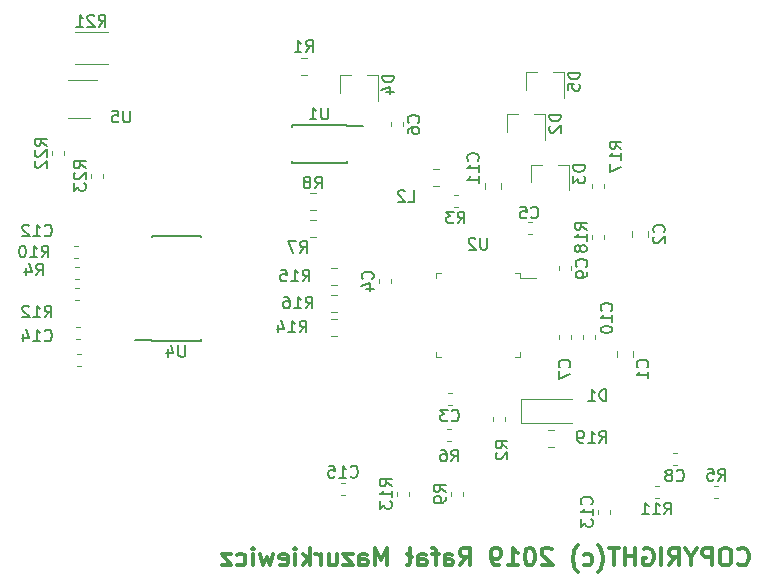
<source format=gbo>
G04 #@! TF.GenerationSoftware,KiCad,Pcbnew,(5.0.0)*
G04 #@! TF.CreationDate,2019-06-19T08:41:35+02:00*
G04 #@! TF.ProjectId,lcrmeter,6C63726D657465722E6B696361645F70,rev?*
G04 #@! TF.SameCoordinates,Original*
G04 #@! TF.FileFunction,Legend,Bot*
G04 #@! TF.FilePolarity,Positive*
%FSLAX46Y46*%
G04 Gerber Fmt 4.6, Leading zero omitted, Abs format (unit mm)*
G04 Created by KiCad (PCBNEW (5.0.0)) date 06/19/19 08:41:35*
%MOMM*%
%LPD*%
G01*
G04 APERTURE LIST*
%ADD10C,0.300000*%
%ADD11C,0.120000*%
%ADD12C,0.150000*%
G04 APERTURE END LIST*
D10*
X173907142Y-147035714D02*
X173978571Y-147107142D01*
X174192857Y-147178571D01*
X174335714Y-147178571D01*
X174550000Y-147107142D01*
X174692857Y-146964285D01*
X174764285Y-146821428D01*
X174835714Y-146535714D01*
X174835714Y-146321428D01*
X174764285Y-146035714D01*
X174692857Y-145892857D01*
X174550000Y-145750000D01*
X174335714Y-145678571D01*
X174192857Y-145678571D01*
X173978571Y-145750000D01*
X173907142Y-145821428D01*
X172978571Y-145678571D02*
X172692857Y-145678571D01*
X172550000Y-145750000D01*
X172407142Y-145892857D01*
X172335714Y-146178571D01*
X172335714Y-146678571D01*
X172407142Y-146964285D01*
X172550000Y-147107142D01*
X172692857Y-147178571D01*
X172978571Y-147178571D01*
X173121428Y-147107142D01*
X173264285Y-146964285D01*
X173335714Y-146678571D01*
X173335714Y-146178571D01*
X173264285Y-145892857D01*
X173121428Y-145750000D01*
X172978571Y-145678571D01*
X171692857Y-147178571D02*
X171692857Y-145678571D01*
X171121428Y-145678571D01*
X170978571Y-145750000D01*
X170907142Y-145821428D01*
X170835714Y-145964285D01*
X170835714Y-146178571D01*
X170907142Y-146321428D01*
X170978571Y-146392857D01*
X171121428Y-146464285D01*
X171692857Y-146464285D01*
X169907142Y-146464285D02*
X169907142Y-147178571D01*
X170407142Y-145678571D02*
X169907142Y-146464285D01*
X169407142Y-145678571D01*
X168050000Y-147178571D02*
X168550000Y-146464285D01*
X168907142Y-147178571D02*
X168907142Y-145678571D01*
X168335714Y-145678571D01*
X168192857Y-145750000D01*
X168121428Y-145821428D01*
X168050000Y-145964285D01*
X168050000Y-146178571D01*
X168121428Y-146321428D01*
X168192857Y-146392857D01*
X168335714Y-146464285D01*
X168907142Y-146464285D01*
X167407142Y-147178571D02*
X167407142Y-145678571D01*
X165907142Y-145750000D02*
X166050000Y-145678571D01*
X166264285Y-145678571D01*
X166478571Y-145750000D01*
X166621428Y-145892857D01*
X166692857Y-146035714D01*
X166764285Y-146321428D01*
X166764285Y-146535714D01*
X166692857Y-146821428D01*
X166621428Y-146964285D01*
X166478571Y-147107142D01*
X166264285Y-147178571D01*
X166121428Y-147178571D01*
X165907142Y-147107142D01*
X165835714Y-147035714D01*
X165835714Y-146535714D01*
X166121428Y-146535714D01*
X165192857Y-147178571D02*
X165192857Y-145678571D01*
X165192857Y-146392857D02*
X164335714Y-146392857D01*
X164335714Y-147178571D02*
X164335714Y-145678571D01*
X163835714Y-145678571D02*
X162978571Y-145678571D01*
X163407142Y-147178571D02*
X163407142Y-145678571D01*
X162050000Y-147750000D02*
X162121428Y-147678571D01*
X162264285Y-147464285D01*
X162335714Y-147321428D01*
X162407142Y-147107142D01*
X162478571Y-146750000D01*
X162478571Y-146464285D01*
X162407142Y-146107142D01*
X162335714Y-145892857D01*
X162264285Y-145750000D01*
X162121428Y-145535714D01*
X162050000Y-145464285D01*
X160835714Y-147107142D02*
X160978571Y-147178571D01*
X161264285Y-147178571D01*
X161407142Y-147107142D01*
X161478571Y-147035714D01*
X161550000Y-146892857D01*
X161550000Y-146464285D01*
X161478571Y-146321428D01*
X161407142Y-146250000D01*
X161264285Y-146178571D01*
X160978571Y-146178571D01*
X160835714Y-146250000D01*
X160335714Y-147750000D02*
X160264285Y-147678571D01*
X160121428Y-147464285D01*
X160050000Y-147321428D01*
X159978571Y-147107142D01*
X159907142Y-146750000D01*
X159907142Y-146464285D01*
X159978571Y-146107142D01*
X160050000Y-145892857D01*
X160121428Y-145750000D01*
X160264285Y-145535714D01*
X160335714Y-145464285D01*
X158121428Y-145821428D02*
X158050000Y-145750000D01*
X157907142Y-145678571D01*
X157550000Y-145678571D01*
X157407142Y-145750000D01*
X157335714Y-145821428D01*
X157264285Y-145964285D01*
X157264285Y-146107142D01*
X157335714Y-146321428D01*
X158192857Y-147178571D01*
X157264285Y-147178571D01*
X156335714Y-145678571D02*
X156192857Y-145678571D01*
X156050000Y-145750000D01*
X155978571Y-145821428D01*
X155907142Y-145964285D01*
X155835714Y-146250000D01*
X155835714Y-146607142D01*
X155907142Y-146892857D01*
X155978571Y-147035714D01*
X156050000Y-147107142D01*
X156192857Y-147178571D01*
X156335714Y-147178571D01*
X156478571Y-147107142D01*
X156550000Y-147035714D01*
X156621428Y-146892857D01*
X156692857Y-146607142D01*
X156692857Y-146250000D01*
X156621428Y-145964285D01*
X156550000Y-145821428D01*
X156478571Y-145750000D01*
X156335714Y-145678571D01*
X154407142Y-147178571D02*
X155264285Y-147178571D01*
X154835714Y-147178571D02*
X154835714Y-145678571D01*
X154978571Y-145892857D01*
X155121428Y-146035714D01*
X155264285Y-146107142D01*
X153692857Y-147178571D02*
X153407142Y-147178571D01*
X153264285Y-147107142D01*
X153192857Y-147035714D01*
X153050000Y-146821428D01*
X152978571Y-146535714D01*
X152978571Y-145964285D01*
X153050000Y-145821428D01*
X153121428Y-145750000D01*
X153264285Y-145678571D01*
X153550000Y-145678571D01*
X153692857Y-145750000D01*
X153764285Y-145821428D01*
X153835714Y-145964285D01*
X153835714Y-146321428D01*
X153764285Y-146464285D01*
X153692857Y-146535714D01*
X153550000Y-146607142D01*
X153264285Y-146607142D01*
X153121428Y-146535714D01*
X153050000Y-146464285D01*
X152978571Y-146321428D01*
X150335714Y-147178571D02*
X150835714Y-146464285D01*
X151192857Y-147178571D02*
X151192857Y-145678571D01*
X150621428Y-145678571D01*
X150478571Y-145750000D01*
X150407142Y-145821428D01*
X150335714Y-145964285D01*
X150335714Y-146178571D01*
X150407142Y-146321428D01*
X150478571Y-146392857D01*
X150621428Y-146464285D01*
X151192857Y-146464285D01*
X149050000Y-147178571D02*
X149050000Y-146392857D01*
X149121428Y-146250000D01*
X149264285Y-146178571D01*
X149550000Y-146178571D01*
X149692857Y-146250000D01*
X149050000Y-147107142D02*
X149192857Y-147178571D01*
X149550000Y-147178571D01*
X149692857Y-147107142D01*
X149764285Y-146964285D01*
X149764285Y-146821428D01*
X149692857Y-146678571D01*
X149550000Y-146607142D01*
X149192857Y-146607142D01*
X149050000Y-146535714D01*
X148550000Y-146178571D02*
X147978571Y-146178571D01*
X148335714Y-147178571D02*
X148335714Y-145892857D01*
X148264285Y-145750000D01*
X148121428Y-145678571D01*
X147978571Y-145678571D01*
X146835714Y-147178571D02*
X146835714Y-146392857D01*
X146907142Y-146250000D01*
X147050000Y-146178571D01*
X147335714Y-146178571D01*
X147478571Y-146250000D01*
X146835714Y-147107142D02*
X146978571Y-147178571D01*
X147335714Y-147178571D01*
X147478571Y-147107142D01*
X147550000Y-146964285D01*
X147550000Y-146821428D01*
X147478571Y-146678571D01*
X147335714Y-146607142D01*
X146978571Y-146607142D01*
X146835714Y-146535714D01*
X145907142Y-147178571D02*
X146050000Y-147107142D01*
X146121428Y-146964285D01*
X146121428Y-145678571D01*
X146335714Y-146464285D02*
X145907142Y-146178571D01*
X144192857Y-147178571D02*
X144192857Y-145678571D01*
X143692857Y-146750000D01*
X143192857Y-145678571D01*
X143192857Y-147178571D01*
X141835714Y-147178571D02*
X141835714Y-146392857D01*
X141907142Y-146250000D01*
X142050000Y-146178571D01*
X142335714Y-146178571D01*
X142478571Y-146250000D01*
X141835714Y-147107142D02*
X141978571Y-147178571D01*
X142335714Y-147178571D01*
X142478571Y-147107142D01*
X142550000Y-146964285D01*
X142550000Y-146821428D01*
X142478571Y-146678571D01*
X142335714Y-146607142D01*
X141978571Y-146607142D01*
X141835714Y-146535714D01*
X141264285Y-146178571D02*
X140478571Y-146178571D01*
X141264285Y-147178571D01*
X140478571Y-147178571D01*
X139264285Y-146178571D02*
X139264285Y-147178571D01*
X139907142Y-146178571D02*
X139907142Y-146964285D01*
X139835714Y-147107142D01*
X139692857Y-147178571D01*
X139478571Y-147178571D01*
X139335714Y-147107142D01*
X139264285Y-147035714D01*
X138550000Y-147178571D02*
X138550000Y-146178571D01*
X138550000Y-146464285D02*
X138478571Y-146321428D01*
X138407142Y-146250000D01*
X138264285Y-146178571D01*
X138121428Y-146178571D01*
X137621428Y-147178571D02*
X137621428Y-145678571D01*
X137478571Y-146607142D02*
X137050000Y-147178571D01*
X137050000Y-146178571D02*
X137621428Y-146750000D01*
X136407142Y-147178571D02*
X136407142Y-146178571D01*
X136407142Y-145678571D02*
X136478571Y-145750000D01*
X136407142Y-145821428D01*
X136335714Y-145750000D01*
X136407142Y-145678571D01*
X136407142Y-145821428D01*
X135121428Y-147107142D02*
X135264285Y-147178571D01*
X135550000Y-147178571D01*
X135692857Y-147107142D01*
X135764285Y-146964285D01*
X135764285Y-146392857D01*
X135692857Y-146250000D01*
X135550000Y-146178571D01*
X135264285Y-146178571D01*
X135121428Y-146250000D01*
X135050000Y-146392857D01*
X135050000Y-146535714D01*
X135764285Y-146678571D01*
X134550000Y-146178571D02*
X134264285Y-147178571D01*
X133978571Y-146464285D01*
X133692857Y-147178571D01*
X133407142Y-146178571D01*
X132835714Y-147178571D02*
X132835714Y-146178571D01*
X132835714Y-145678571D02*
X132907142Y-145750000D01*
X132835714Y-145821428D01*
X132764285Y-145750000D01*
X132835714Y-145678571D01*
X132835714Y-145821428D01*
X131478571Y-147107142D02*
X131621428Y-147178571D01*
X131907142Y-147178571D01*
X132050000Y-147107142D01*
X132121428Y-147035714D01*
X132192857Y-146892857D01*
X132192857Y-146464285D01*
X132121428Y-146321428D01*
X132050000Y-146250000D01*
X131907142Y-146178571D01*
X131621428Y-146178571D01*
X131478571Y-146250000D01*
X130978571Y-146178571D02*
X130192857Y-146178571D01*
X130978571Y-147178571D01*
X130192857Y-147178571D01*
D11*
G04 #@! TO.C,C1*
X163628000Y-129015748D02*
X163628000Y-129538252D01*
X165048000Y-129015748D02*
X165048000Y-129538252D01*
G04 #@! TO.C,C2*
X166318000Y-119378252D02*
X166318000Y-118855748D01*
X164898000Y-119378252D02*
X164898000Y-118855748D01*
G04 #@! TO.C,C3*
X149321733Y-133606000D02*
X149664267Y-133606000D01*
X149321733Y-132586000D02*
X149664267Y-132586000D01*
G04 #@! TO.C,C4*
X144528000Y-122905733D02*
X144528000Y-123248267D01*
X143508000Y-122905733D02*
X143508000Y-123248267D01*
G04 #@! TO.C,C5*
X156494267Y-118108000D02*
X156151733Y-118108000D01*
X156494267Y-119128000D02*
X156151733Y-119128000D01*
G04 #@! TO.C,C6*
X144524000Y-110012267D02*
X144524000Y-109669733D01*
X145544000Y-110012267D02*
X145544000Y-109669733D01*
G04 #@! TO.C,C7*
X158748000Y-128046267D02*
X158748000Y-127703733D01*
X159768000Y-128046267D02*
X159768000Y-127703733D01*
G04 #@! TO.C,C8*
X168371733Y-138686000D02*
X168714267Y-138686000D01*
X168371733Y-137666000D02*
X168714267Y-137666000D01*
G04 #@! TO.C,C9*
X159768000Y-122204267D02*
X159768000Y-121861733D01*
X158748000Y-122204267D02*
X158748000Y-121861733D01*
G04 #@! TO.C,C10*
X161800000Y-127703733D02*
X161800000Y-128046267D01*
X160780000Y-127703733D02*
X160780000Y-128046267D01*
G04 #@! TO.C,C11*
X153872000Y-114809748D02*
X153872000Y-115332252D01*
X152452000Y-114809748D02*
X152452000Y-115332252D01*
G04 #@! TO.C,C12*
X118027267Y-120140000D02*
X117684733Y-120140000D01*
X118027267Y-121160000D02*
X117684733Y-121160000D01*
G04 #@! TO.C,C13*
X163070000Y-142463733D02*
X163070000Y-142806267D01*
X162050000Y-142463733D02*
X162050000Y-142806267D01*
G04 #@! TO.C,C14*
X118281267Y-130304000D02*
X117938733Y-130304000D01*
X118281267Y-129284000D02*
X117938733Y-129284000D01*
G04 #@! TO.C,C15*
X140633267Y-140206000D02*
X140290733Y-140206000D01*
X140633267Y-141226000D02*
X140290733Y-141226000D01*
G04 #@! TO.C,D2*
X154376000Y-108984000D02*
X155306000Y-108984000D01*
X157536000Y-108984000D02*
X156606000Y-108984000D01*
X157536000Y-108984000D02*
X157536000Y-111144000D01*
X154376000Y-108984000D02*
X154376000Y-110444000D01*
G04 #@! TO.C,D3*
X156408000Y-113270000D02*
X157338000Y-113270000D01*
X159568000Y-113270000D02*
X158638000Y-113270000D01*
X159568000Y-113270000D02*
X159568000Y-115430000D01*
X156408000Y-113270000D02*
X156408000Y-114730000D01*
G04 #@! TO.C,D4*
X140218000Y-105682000D02*
X141148000Y-105682000D01*
X143378000Y-105682000D02*
X142448000Y-105682000D01*
X143378000Y-105682000D02*
X143378000Y-107842000D01*
X140218000Y-105682000D02*
X140218000Y-107142000D01*
G04 #@! TO.C,D5*
X155966000Y-105428000D02*
X155966000Y-106888000D01*
X159126000Y-105428000D02*
X159126000Y-107588000D01*
X159126000Y-105428000D02*
X158196000Y-105428000D01*
X155966000Y-105428000D02*
X156896000Y-105428000D01*
G04 #@! TO.C,L2*
X148065748Y-115010000D02*
X148588252Y-115010000D01*
X148065748Y-113590000D02*
X148588252Y-113590000D01*
G04 #@! TO.C,R1*
X137412252Y-105612000D02*
X136889748Y-105612000D01*
X137412252Y-104192000D02*
X136889748Y-104192000D01*
G04 #@! TO.C,R2*
X153160000Y-134932267D02*
X153160000Y-134589733D01*
X154180000Y-134932267D02*
X154180000Y-134589733D01*
G04 #@! TO.C,R3*
X149829733Y-116842000D02*
X150172267Y-116842000D01*
X149829733Y-115822000D02*
X150172267Y-115822000D01*
G04 #@! TO.C,R4*
X118140267Y-124716000D02*
X117797733Y-124716000D01*
X118140267Y-123696000D02*
X117797733Y-123696000D01*
G04 #@! TO.C,R5*
X172242267Y-141480000D02*
X171899733Y-141480000D01*
X172242267Y-140460000D02*
X171899733Y-140460000D01*
G04 #@! TO.C,R6*
X149636267Y-135634000D02*
X149293733Y-135634000D01*
X149636267Y-136654000D02*
X149293733Y-136654000D01*
G04 #@! TO.C,R7*
X137651748Y-117908000D02*
X138174252Y-117908000D01*
X137651748Y-119328000D02*
X138174252Y-119328000D01*
G04 #@! TO.C,R8*
X137651748Y-117042000D02*
X138174252Y-117042000D01*
X137651748Y-115622000D02*
X138174252Y-115622000D01*
G04 #@! TO.C,R9*
X150624000Y-140939733D02*
X150624000Y-141282267D01*
X149604000Y-140939733D02*
X149604000Y-141282267D01*
G04 #@! TO.C,R10*
X118140267Y-121918000D02*
X117797733Y-121918000D01*
X118140267Y-122938000D02*
X117797733Y-122938000D01*
G04 #@! TO.C,R11*
X166847733Y-141480000D02*
X167190267Y-141480000D01*
X166847733Y-140460000D02*
X167190267Y-140460000D01*
G04 #@! TO.C,R12*
X118168267Y-128018000D02*
X117825733Y-128018000D01*
X118168267Y-126998000D02*
X117825733Y-126998000D01*
G04 #@! TO.C,R13*
X145032000Y-140939733D02*
X145032000Y-141282267D01*
X146052000Y-140939733D02*
X146052000Y-141282267D01*
G04 #@! TO.C,R14*
X139429748Y-126290000D02*
X139952252Y-126290000D01*
X139429748Y-127710000D02*
X139952252Y-127710000D01*
G04 #@! TO.C,R15*
X139970252Y-121972000D02*
X139447748Y-121972000D01*
X139970252Y-123392000D02*
X139447748Y-123392000D01*
G04 #@! TO.C,R16*
X139429748Y-125678000D02*
X139952252Y-125678000D01*
X139429748Y-124258000D02*
X139952252Y-124258000D01*
D12*
G04 #@! TO.C,U1*
X140755000Y-109881000D02*
X140755000Y-109981000D01*
X136105000Y-109881000D02*
X136105000Y-110081000D01*
X136105000Y-113131000D02*
X136105000Y-112931000D01*
X140755000Y-113131000D02*
X140755000Y-112931000D01*
X140755000Y-109881000D02*
X136105000Y-109881000D01*
X140755000Y-113131000D02*
X136105000Y-113131000D01*
X140755000Y-109981000D02*
X142105000Y-109981000D01*
D11*
G04 #@! TO.C,U2*
X148332000Y-122424000D02*
X148332000Y-122844000D01*
X148332000Y-129544000D02*
X148332000Y-129124000D01*
X155452000Y-129544000D02*
X155452000Y-129124000D01*
X155452000Y-122424000D02*
X155032000Y-122424000D01*
X148332000Y-129544000D02*
X148752000Y-129544000D01*
X148332000Y-122424000D02*
X148752000Y-122424000D01*
X155452000Y-122844000D02*
X156832000Y-122844000D01*
X155452000Y-122424000D02*
X155452000Y-122844000D01*
X155452000Y-129544000D02*
X155032000Y-129544000D01*
D12*
G04 #@! TO.C,U4*
X124257000Y-128148000D02*
X124257000Y-128123000D01*
X128407000Y-128148000D02*
X128407000Y-128033000D01*
X128407000Y-119248000D02*
X128407000Y-119363000D01*
X124257000Y-119248000D02*
X124257000Y-119363000D01*
X124257000Y-128148000D02*
X128407000Y-128148000D01*
X124257000Y-119248000D02*
X128407000Y-119248000D01*
X124257000Y-128123000D02*
X122882000Y-128123000D01*
D11*
G04 #@! TO.C,R19*
X158336252Y-137110000D02*
X157813748Y-137110000D01*
X158336252Y-135690000D02*
X157813748Y-135690000D01*
G04 #@! TO.C,R17*
X162562000Y-114881733D02*
X162562000Y-115224267D01*
X161542000Y-114881733D02*
X161542000Y-115224267D01*
G04 #@! TO.C,R18*
X161542000Y-119208733D02*
X161542000Y-119551267D01*
X162562000Y-119208733D02*
X162562000Y-119551267D01*
G04 #@! TO.C,R22*
X115822000Y-112096733D02*
X115822000Y-112439267D01*
X116842000Y-112096733D02*
X116842000Y-112439267D01*
G04 #@! TO.C,R23*
X119124000Y-114015733D02*
X119124000Y-114358267D01*
X120144000Y-114015733D02*
X120144000Y-114358267D01*
G04 #@! TO.C,U5*
X119010000Y-109306000D02*
X117210000Y-109306000D01*
X117210000Y-106086000D02*
X119660000Y-106086000D01*
G04 #@! TO.C,R21*
X120528064Y-102018000D02*
X117723936Y-102018000D01*
X120528064Y-104738000D02*
X117723936Y-104738000D01*
G04 #@! TO.C,D1*
X159800000Y-135100000D02*
X155500000Y-135100000D01*
X155500000Y-135100000D02*
X155500000Y-133100000D01*
X155500000Y-133100000D02*
X159800000Y-133100000D01*
G04 #@! TO.C,C1*
D12*
X166219142Y-130389333D02*
X166266761Y-130341714D01*
X166314380Y-130198857D01*
X166314380Y-130103619D01*
X166266761Y-129960761D01*
X166171523Y-129865523D01*
X166076285Y-129817904D01*
X165885809Y-129770285D01*
X165742952Y-129770285D01*
X165552476Y-129817904D01*
X165457238Y-129865523D01*
X165362000Y-129960761D01*
X165314380Y-130103619D01*
X165314380Y-130198857D01*
X165362000Y-130341714D01*
X165409619Y-130389333D01*
X166314380Y-131341714D02*
X166314380Y-130770285D01*
X166314380Y-131056000D02*
X165314380Y-131056000D01*
X165457238Y-130960761D01*
X165552476Y-130865523D01*
X165600095Y-130770285D01*
G04 #@! TO.C,C2*
X167615142Y-118950333D02*
X167662761Y-118902714D01*
X167710380Y-118759857D01*
X167710380Y-118664619D01*
X167662761Y-118521761D01*
X167567523Y-118426523D01*
X167472285Y-118378904D01*
X167281809Y-118331285D01*
X167138952Y-118331285D01*
X166948476Y-118378904D01*
X166853238Y-118426523D01*
X166758000Y-118521761D01*
X166710380Y-118664619D01*
X166710380Y-118759857D01*
X166758000Y-118902714D01*
X166805619Y-118950333D01*
X166805619Y-119331285D02*
X166758000Y-119378904D01*
X166710380Y-119474142D01*
X166710380Y-119712238D01*
X166758000Y-119807476D01*
X166805619Y-119855095D01*
X166900857Y-119902714D01*
X166996095Y-119902714D01*
X167138952Y-119855095D01*
X167710380Y-119283666D01*
X167710380Y-119902714D01*
G04 #@! TO.C,C3*
X149659666Y-134883142D02*
X149707285Y-134930761D01*
X149850142Y-134978380D01*
X149945380Y-134978380D01*
X150088238Y-134930761D01*
X150183476Y-134835523D01*
X150231095Y-134740285D01*
X150278714Y-134549809D01*
X150278714Y-134406952D01*
X150231095Y-134216476D01*
X150183476Y-134121238D01*
X150088238Y-134026000D01*
X149945380Y-133978380D01*
X149850142Y-133978380D01*
X149707285Y-134026000D01*
X149659666Y-134073619D01*
X149326333Y-133978380D02*
X148707285Y-133978380D01*
X149040619Y-134359333D01*
X148897761Y-134359333D01*
X148802523Y-134406952D01*
X148754904Y-134454571D01*
X148707285Y-134549809D01*
X148707285Y-134787904D01*
X148754904Y-134883142D01*
X148802523Y-134930761D01*
X148897761Y-134978380D01*
X149183476Y-134978380D01*
X149278714Y-134930761D01*
X149326333Y-134883142D01*
G04 #@! TO.C,C4*
X142945142Y-122910333D02*
X142992761Y-122862714D01*
X143040380Y-122719857D01*
X143040380Y-122624619D01*
X142992761Y-122481761D01*
X142897523Y-122386523D01*
X142802285Y-122338904D01*
X142611809Y-122291285D01*
X142468952Y-122291285D01*
X142278476Y-122338904D01*
X142183238Y-122386523D01*
X142088000Y-122481761D01*
X142040380Y-122624619D01*
X142040380Y-122719857D01*
X142088000Y-122862714D01*
X142135619Y-122910333D01*
X142373714Y-123767476D02*
X143040380Y-123767476D01*
X141992761Y-123529380D02*
X142707047Y-123291285D01*
X142707047Y-123910333D01*
G04 #@! TO.C,C5*
X156376666Y-117705142D02*
X156424285Y-117752761D01*
X156567142Y-117800380D01*
X156662380Y-117800380D01*
X156805238Y-117752761D01*
X156900476Y-117657523D01*
X156948095Y-117562285D01*
X156995714Y-117371809D01*
X156995714Y-117228952D01*
X156948095Y-117038476D01*
X156900476Y-116943238D01*
X156805238Y-116848000D01*
X156662380Y-116800380D01*
X156567142Y-116800380D01*
X156424285Y-116848000D01*
X156376666Y-116895619D01*
X155471904Y-116800380D02*
X155948095Y-116800380D01*
X155995714Y-117276571D01*
X155948095Y-117228952D01*
X155852857Y-117181333D01*
X155614761Y-117181333D01*
X155519523Y-117228952D01*
X155471904Y-117276571D01*
X155424285Y-117371809D01*
X155424285Y-117609904D01*
X155471904Y-117705142D01*
X155519523Y-117752761D01*
X155614761Y-117800380D01*
X155852857Y-117800380D01*
X155948095Y-117752761D01*
X155995714Y-117705142D01*
G04 #@! TO.C,C6*
X146821142Y-109674333D02*
X146868761Y-109626714D01*
X146916380Y-109483857D01*
X146916380Y-109388619D01*
X146868761Y-109245761D01*
X146773523Y-109150523D01*
X146678285Y-109102904D01*
X146487809Y-109055285D01*
X146344952Y-109055285D01*
X146154476Y-109102904D01*
X146059238Y-109150523D01*
X145964000Y-109245761D01*
X145916380Y-109388619D01*
X145916380Y-109483857D01*
X145964000Y-109626714D01*
X146011619Y-109674333D01*
X145916380Y-110531476D02*
X145916380Y-110341000D01*
X145964000Y-110245761D01*
X146011619Y-110198142D01*
X146154476Y-110102904D01*
X146344952Y-110055285D01*
X146725904Y-110055285D01*
X146821142Y-110102904D01*
X146868761Y-110150523D01*
X146916380Y-110245761D01*
X146916380Y-110436238D01*
X146868761Y-110531476D01*
X146821142Y-110579095D01*
X146725904Y-110626714D01*
X146487809Y-110626714D01*
X146392571Y-110579095D01*
X146344952Y-110531476D01*
X146297333Y-110436238D01*
X146297333Y-110245761D01*
X146344952Y-110150523D01*
X146392571Y-110102904D01*
X146487809Y-110055285D01*
G04 #@! TO.C,C7*
X159615142Y-130389333D02*
X159662761Y-130341714D01*
X159710380Y-130198857D01*
X159710380Y-130103619D01*
X159662761Y-129960761D01*
X159567523Y-129865523D01*
X159472285Y-129817904D01*
X159281809Y-129770285D01*
X159138952Y-129770285D01*
X158948476Y-129817904D01*
X158853238Y-129865523D01*
X158758000Y-129960761D01*
X158710380Y-130103619D01*
X158710380Y-130198857D01*
X158758000Y-130341714D01*
X158805619Y-130389333D01*
X158710380Y-130722666D02*
X158710380Y-131389333D01*
X159710380Y-130960761D01*
G04 #@! TO.C,C8*
X168709666Y-139963142D02*
X168757285Y-140010761D01*
X168900142Y-140058380D01*
X168995380Y-140058380D01*
X169138238Y-140010761D01*
X169233476Y-139915523D01*
X169281095Y-139820285D01*
X169328714Y-139629809D01*
X169328714Y-139486952D01*
X169281095Y-139296476D01*
X169233476Y-139201238D01*
X169138238Y-139106000D01*
X168995380Y-139058380D01*
X168900142Y-139058380D01*
X168757285Y-139106000D01*
X168709666Y-139153619D01*
X168138238Y-139486952D02*
X168233476Y-139439333D01*
X168281095Y-139391714D01*
X168328714Y-139296476D01*
X168328714Y-139248857D01*
X168281095Y-139153619D01*
X168233476Y-139106000D01*
X168138238Y-139058380D01*
X167947761Y-139058380D01*
X167852523Y-139106000D01*
X167804904Y-139153619D01*
X167757285Y-139248857D01*
X167757285Y-139296476D01*
X167804904Y-139391714D01*
X167852523Y-139439333D01*
X167947761Y-139486952D01*
X168138238Y-139486952D01*
X168233476Y-139534571D01*
X168281095Y-139582190D01*
X168328714Y-139677428D01*
X168328714Y-139867904D01*
X168281095Y-139963142D01*
X168233476Y-140010761D01*
X168138238Y-140058380D01*
X167947761Y-140058380D01*
X167852523Y-140010761D01*
X167804904Y-139963142D01*
X167757285Y-139867904D01*
X167757285Y-139677428D01*
X167804904Y-139582190D01*
X167852523Y-139534571D01*
X167947761Y-139486952D01*
G04 #@! TO.C,C9*
X161045142Y-121866333D02*
X161092761Y-121818714D01*
X161140380Y-121675857D01*
X161140380Y-121580619D01*
X161092761Y-121437761D01*
X160997523Y-121342523D01*
X160902285Y-121294904D01*
X160711809Y-121247285D01*
X160568952Y-121247285D01*
X160378476Y-121294904D01*
X160283238Y-121342523D01*
X160188000Y-121437761D01*
X160140380Y-121580619D01*
X160140380Y-121675857D01*
X160188000Y-121818714D01*
X160235619Y-121866333D01*
X161140380Y-122342523D02*
X161140380Y-122533000D01*
X161092761Y-122628238D01*
X161045142Y-122675857D01*
X160902285Y-122771095D01*
X160711809Y-122818714D01*
X160330857Y-122818714D01*
X160235619Y-122771095D01*
X160188000Y-122723476D01*
X160140380Y-122628238D01*
X160140380Y-122437761D01*
X160188000Y-122342523D01*
X160235619Y-122294904D01*
X160330857Y-122247285D01*
X160568952Y-122247285D01*
X160664190Y-122294904D01*
X160711809Y-122342523D01*
X160759428Y-122437761D01*
X160759428Y-122628238D01*
X160711809Y-122723476D01*
X160664190Y-122771095D01*
X160568952Y-122818714D01*
G04 #@! TO.C,C10*
X163171142Y-125595142D02*
X163218761Y-125547523D01*
X163266380Y-125404666D01*
X163266380Y-125309428D01*
X163218761Y-125166571D01*
X163123523Y-125071333D01*
X163028285Y-125023714D01*
X162837809Y-124976095D01*
X162694952Y-124976095D01*
X162504476Y-125023714D01*
X162409238Y-125071333D01*
X162314000Y-125166571D01*
X162266380Y-125309428D01*
X162266380Y-125404666D01*
X162314000Y-125547523D01*
X162361619Y-125595142D01*
X163266380Y-126547523D02*
X163266380Y-125976095D01*
X163266380Y-126261809D02*
X162266380Y-126261809D01*
X162409238Y-126166571D01*
X162504476Y-126071333D01*
X162552095Y-125976095D01*
X162266380Y-127166571D02*
X162266380Y-127261809D01*
X162314000Y-127357047D01*
X162361619Y-127404666D01*
X162456857Y-127452285D01*
X162647333Y-127499904D01*
X162885428Y-127499904D01*
X163075904Y-127452285D01*
X163171142Y-127404666D01*
X163218761Y-127357047D01*
X163266380Y-127261809D01*
X163266380Y-127166571D01*
X163218761Y-127071333D01*
X163171142Y-127023714D01*
X163075904Y-126976095D01*
X162885428Y-126928476D01*
X162647333Y-126928476D01*
X162456857Y-126976095D01*
X162361619Y-127023714D01*
X162314000Y-127071333D01*
X162266380Y-127166571D01*
G04 #@! TO.C,C11*
X151869142Y-112895142D02*
X151916761Y-112847523D01*
X151964380Y-112704666D01*
X151964380Y-112609428D01*
X151916761Y-112466571D01*
X151821523Y-112371333D01*
X151726285Y-112323714D01*
X151535809Y-112276095D01*
X151392952Y-112276095D01*
X151202476Y-112323714D01*
X151107238Y-112371333D01*
X151012000Y-112466571D01*
X150964380Y-112609428D01*
X150964380Y-112704666D01*
X151012000Y-112847523D01*
X151059619Y-112895142D01*
X151964380Y-113847523D02*
X151964380Y-113276095D01*
X151964380Y-113561809D02*
X150964380Y-113561809D01*
X151107238Y-113466571D01*
X151202476Y-113371333D01*
X151250095Y-113276095D01*
X151964380Y-114799904D02*
X151964380Y-114228476D01*
X151964380Y-114514190D02*
X150964380Y-114514190D01*
X151107238Y-114418952D01*
X151202476Y-114323714D01*
X151250095Y-114228476D01*
G04 #@! TO.C,C12*
X115196857Y-119229142D02*
X115244476Y-119276761D01*
X115387333Y-119324380D01*
X115482571Y-119324380D01*
X115625428Y-119276761D01*
X115720666Y-119181523D01*
X115768285Y-119086285D01*
X115815904Y-118895809D01*
X115815904Y-118752952D01*
X115768285Y-118562476D01*
X115720666Y-118467238D01*
X115625428Y-118372000D01*
X115482571Y-118324380D01*
X115387333Y-118324380D01*
X115244476Y-118372000D01*
X115196857Y-118419619D01*
X114244476Y-119324380D02*
X114815904Y-119324380D01*
X114530190Y-119324380D02*
X114530190Y-118324380D01*
X114625428Y-118467238D01*
X114720666Y-118562476D01*
X114815904Y-118610095D01*
X113863523Y-118419619D02*
X113815904Y-118372000D01*
X113720666Y-118324380D01*
X113482571Y-118324380D01*
X113387333Y-118372000D01*
X113339714Y-118419619D01*
X113292095Y-118514857D01*
X113292095Y-118610095D01*
X113339714Y-118752952D01*
X113911142Y-119324380D01*
X113292095Y-119324380D01*
G04 #@! TO.C,C13*
X161487142Y-141992142D02*
X161534761Y-141944523D01*
X161582380Y-141801666D01*
X161582380Y-141706428D01*
X161534761Y-141563571D01*
X161439523Y-141468333D01*
X161344285Y-141420714D01*
X161153809Y-141373095D01*
X161010952Y-141373095D01*
X160820476Y-141420714D01*
X160725238Y-141468333D01*
X160630000Y-141563571D01*
X160582380Y-141706428D01*
X160582380Y-141801666D01*
X160630000Y-141944523D01*
X160677619Y-141992142D01*
X161582380Y-142944523D02*
X161582380Y-142373095D01*
X161582380Y-142658809D02*
X160582380Y-142658809D01*
X160725238Y-142563571D01*
X160820476Y-142468333D01*
X160868095Y-142373095D01*
X160582380Y-143277857D02*
X160582380Y-143896904D01*
X160963333Y-143563571D01*
X160963333Y-143706428D01*
X161010952Y-143801666D01*
X161058571Y-143849285D01*
X161153809Y-143896904D01*
X161391904Y-143896904D01*
X161487142Y-143849285D01*
X161534761Y-143801666D01*
X161582380Y-143706428D01*
X161582380Y-143420714D01*
X161534761Y-143325476D01*
X161487142Y-143277857D01*
G04 #@! TO.C,C14*
X115196857Y-128119142D02*
X115244476Y-128166761D01*
X115387333Y-128214380D01*
X115482571Y-128214380D01*
X115625428Y-128166761D01*
X115720666Y-128071523D01*
X115768285Y-127976285D01*
X115815904Y-127785809D01*
X115815904Y-127642952D01*
X115768285Y-127452476D01*
X115720666Y-127357238D01*
X115625428Y-127262000D01*
X115482571Y-127214380D01*
X115387333Y-127214380D01*
X115244476Y-127262000D01*
X115196857Y-127309619D01*
X114244476Y-128214380D02*
X114815904Y-128214380D01*
X114530190Y-128214380D02*
X114530190Y-127214380D01*
X114625428Y-127357238D01*
X114720666Y-127452476D01*
X114815904Y-127500095D01*
X113387333Y-127547714D02*
X113387333Y-128214380D01*
X113625428Y-127166761D02*
X113863523Y-127881047D01*
X113244476Y-127881047D01*
G04 #@! TO.C,C15*
X141104857Y-139643142D02*
X141152476Y-139690761D01*
X141295333Y-139738380D01*
X141390571Y-139738380D01*
X141533428Y-139690761D01*
X141628666Y-139595523D01*
X141676285Y-139500285D01*
X141723904Y-139309809D01*
X141723904Y-139166952D01*
X141676285Y-138976476D01*
X141628666Y-138881238D01*
X141533428Y-138786000D01*
X141390571Y-138738380D01*
X141295333Y-138738380D01*
X141152476Y-138786000D01*
X141104857Y-138833619D01*
X140152476Y-139738380D02*
X140723904Y-139738380D01*
X140438190Y-139738380D02*
X140438190Y-138738380D01*
X140533428Y-138881238D01*
X140628666Y-138976476D01*
X140723904Y-139024095D01*
X139247714Y-138738380D02*
X139723904Y-138738380D01*
X139771523Y-139214571D01*
X139723904Y-139166952D01*
X139628666Y-139119333D01*
X139390571Y-139119333D01*
X139295333Y-139166952D01*
X139247714Y-139214571D01*
X139200095Y-139309809D01*
X139200095Y-139547904D01*
X139247714Y-139643142D01*
X139295333Y-139690761D01*
X139390571Y-139738380D01*
X139628666Y-139738380D01*
X139723904Y-139690761D01*
X139771523Y-139643142D01*
G04 #@! TO.C,D2*
X158908380Y-109005904D02*
X157908380Y-109005904D01*
X157908380Y-109244000D01*
X157956000Y-109386857D01*
X158051238Y-109482095D01*
X158146476Y-109529714D01*
X158336952Y-109577333D01*
X158479809Y-109577333D01*
X158670285Y-109529714D01*
X158765523Y-109482095D01*
X158860761Y-109386857D01*
X158908380Y-109244000D01*
X158908380Y-109005904D01*
X158003619Y-109958285D02*
X157956000Y-110005904D01*
X157908380Y-110101142D01*
X157908380Y-110339238D01*
X157956000Y-110434476D01*
X158003619Y-110482095D01*
X158098857Y-110529714D01*
X158194095Y-110529714D01*
X158336952Y-110482095D01*
X158908380Y-109910666D01*
X158908380Y-110529714D01*
G04 #@! TO.C,D3*
X160940380Y-113291904D02*
X159940380Y-113291904D01*
X159940380Y-113530000D01*
X159988000Y-113672857D01*
X160083238Y-113768095D01*
X160178476Y-113815714D01*
X160368952Y-113863333D01*
X160511809Y-113863333D01*
X160702285Y-113815714D01*
X160797523Y-113768095D01*
X160892761Y-113672857D01*
X160940380Y-113530000D01*
X160940380Y-113291904D01*
X159940380Y-114196666D02*
X159940380Y-114815714D01*
X160321333Y-114482380D01*
X160321333Y-114625238D01*
X160368952Y-114720476D01*
X160416571Y-114768095D01*
X160511809Y-114815714D01*
X160749904Y-114815714D01*
X160845142Y-114768095D01*
X160892761Y-114720476D01*
X160940380Y-114625238D01*
X160940380Y-114339523D01*
X160892761Y-114244285D01*
X160845142Y-114196666D01*
G04 #@! TO.C,D4*
X144750380Y-105703904D02*
X143750380Y-105703904D01*
X143750380Y-105942000D01*
X143798000Y-106084857D01*
X143893238Y-106180095D01*
X143988476Y-106227714D01*
X144178952Y-106275333D01*
X144321809Y-106275333D01*
X144512285Y-106227714D01*
X144607523Y-106180095D01*
X144702761Y-106084857D01*
X144750380Y-105942000D01*
X144750380Y-105703904D01*
X144083714Y-107132476D02*
X144750380Y-107132476D01*
X143702761Y-106894380D02*
X144417047Y-106656285D01*
X144417047Y-107275333D01*
G04 #@! TO.C,D5*
X160498380Y-105449904D02*
X159498380Y-105449904D01*
X159498380Y-105688000D01*
X159546000Y-105830857D01*
X159641238Y-105926095D01*
X159736476Y-105973714D01*
X159926952Y-106021333D01*
X160069809Y-106021333D01*
X160260285Y-105973714D01*
X160355523Y-105926095D01*
X160450761Y-105830857D01*
X160498380Y-105688000D01*
X160498380Y-105449904D01*
X159498380Y-106926095D02*
X159498380Y-106449904D01*
X159974571Y-106402285D01*
X159926952Y-106449904D01*
X159879333Y-106545142D01*
X159879333Y-106783238D01*
X159926952Y-106878476D01*
X159974571Y-106926095D01*
X160069809Y-106973714D01*
X160307904Y-106973714D01*
X160403142Y-106926095D01*
X160450761Y-106878476D01*
X160498380Y-106783238D01*
X160498380Y-106545142D01*
X160450761Y-106449904D01*
X160403142Y-106402285D01*
G04 #@! TO.C,L2*
X145962666Y-116402380D02*
X146438857Y-116402380D01*
X146438857Y-115402380D01*
X145676952Y-115497619D02*
X145629333Y-115450000D01*
X145534095Y-115402380D01*
X145296000Y-115402380D01*
X145200761Y-115450000D01*
X145153142Y-115497619D01*
X145105523Y-115592857D01*
X145105523Y-115688095D01*
X145153142Y-115830952D01*
X145724571Y-116402380D01*
X145105523Y-116402380D01*
G04 #@! TO.C,R1*
X137317666Y-103704380D02*
X137651000Y-103228190D01*
X137889095Y-103704380D02*
X137889095Y-102704380D01*
X137508142Y-102704380D01*
X137412904Y-102752000D01*
X137365285Y-102799619D01*
X137317666Y-102894857D01*
X137317666Y-103037714D01*
X137365285Y-103132952D01*
X137412904Y-103180571D01*
X137508142Y-103228190D01*
X137889095Y-103228190D01*
X136365285Y-103704380D02*
X136936714Y-103704380D01*
X136651000Y-103704380D02*
X136651000Y-102704380D01*
X136746238Y-102847238D01*
X136841476Y-102942476D01*
X136936714Y-102990095D01*
G04 #@! TO.C,R2*
X154376380Y-137247333D02*
X153900190Y-136914000D01*
X154376380Y-136675904D02*
X153376380Y-136675904D01*
X153376380Y-137056857D01*
X153424000Y-137152095D01*
X153471619Y-137199714D01*
X153566857Y-137247333D01*
X153709714Y-137247333D01*
X153804952Y-137199714D01*
X153852571Y-137152095D01*
X153900190Y-137056857D01*
X153900190Y-136675904D01*
X153471619Y-137628285D02*
X153424000Y-137675904D01*
X153376380Y-137771142D01*
X153376380Y-138009238D01*
X153424000Y-138104476D01*
X153471619Y-138152095D01*
X153566857Y-138199714D01*
X153662095Y-138199714D01*
X153804952Y-138152095D01*
X154376380Y-137580666D01*
X154376380Y-138199714D01*
G04 #@! TO.C,R3*
X150167666Y-118214380D02*
X150501000Y-117738190D01*
X150739095Y-118214380D02*
X150739095Y-117214380D01*
X150358142Y-117214380D01*
X150262904Y-117262000D01*
X150215285Y-117309619D01*
X150167666Y-117404857D01*
X150167666Y-117547714D01*
X150215285Y-117642952D01*
X150262904Y-117690571D01*
X150358142Y-117738190D01*
X150739095Y-117738190D01*
X149834333Y-117214380D02*
X149215285Y-117214380D01*
X149548619Y-117595333D01*
X149405761Y-117595333D01*
X149310523Y-117642952D01*
X149262904Y-117690571D01*
X149215285Y-117785809D01*
X149215285Y-118023904D01*
X149262904Y-118119142D01*
X149310523Y-118166761D01*
X149405761Y-118214380D01*
X149691476Y-118214380D01*
X149786714Y-118166761D01*
X149834333Y-118119142D01*
G04 #@! TO.C,R4*
X114466666Y-122626380D02*
X114800000Y-122150190D01*
X115038095Y-122626380D02*
X115038095Y-121626380D01*
X114657142Y-121626380D01*
X114561904Y-121674000D01*
X114514285Y-121721619D01*
X114466666Y-121816857D01*
X114466666Y-121959714D01*
X114514285Y-122054952D01*
X114561904Y-122102571D01*
X114657142Y-122150190D01*
X115038095Y-122150190D01*
X113609523Y-121959714D02*
X113609523Y-122626380D01*
X113847619Y-121578761D02*
X114085714Y-122293047D01*
X113466666Y-122293047D01*
G04 #@! TO.C,R5*
X172237666Y-139992380D02*
X172571000Y-139516190D01*
X172809095Y-139992380D02*
X172809095Y-138992380D01*
X172428142Y-138992380D01*
X172332904Y-139040000D01*
X172285285Y-139087619D01*
X172237666Y-139182857D01*
X172237666Y-139325714D01*
X172285285Y-139420952D01*
X172332904Y-139468571D01*
X172428142Y-139516190D01*
X172809095Y-139516190D01*
X171332904Y-138992380D02*
X171809095Y-138992380D01*
X171856714Y-139468571D01*
X171809095Y-139420952D01*
X171713857Y-139373333D01*
X171475761Y-139373333D01*
X171380523Y-139420952D01*
X171332904Y-139468571D01*
X171285285Y-139563809D01*
X171285285Y-139801904D01*
X171332904Y-139897142D01*
X171380523Y-139944761D01*
X171475761Y-139992380D01*
X171713857Y-139992380D01*
X171809095Y-139944761D01*
X171856714Y-139897142D01*
G04 #@! TO.C,R6*
X149631666Y-138374380D02*
X149965000Y-137898190D01*
X150203095Y-138374380D02*
X150203095Y-137374380D01*
X149822142Y-137374380D01*
X149726904Y-137422000D01*
X149679285Y-137469619D01*
X149631666Y-137564857D01*
X149631666Y-137707714D01*
X149679285Y-137802952D01*
X149726904Y-137850571D01*
X149822142Y-137898190D01*
X150203095Y-137898190D01*
X148774523Y-137374380D02*
X148965000Y-137374380D01*
X149060238Y-137422000D01*
X149107857Y-137469619D01*
X149203095Y-137612476D01*
X149250714Y-137802952D01*
X149250714Y-138183904D01*
X149203095Y-138279142D01*
X149155476Y-138326761D01*
X149060238Y-138374380D01*
X148869761Y-138374380D01*
X148774523Y-138326761D01*
X148726904Y-138279142D01*
X148679285Y-138183904D01*
X148679285Y-137945809D01*
X148726904Y-137850571D01*
X148774523Y-137802952D01*
X148869761Y-137755333D01*
X149060238Y-137755333D01*
X149155476Y-137802952D01*
X149203095Y-137850571D01*
X149250714Y-137945809D01*
G04 #@! TO.C,R7*
X136818666Y-120720380D02*
X137152000Y-120244190D01*
X137390095Y-120720380D02*
X137390095Y-119720380D01*
X137009142Y-119720380D01*
X136913904Y-119768000D01*
X136866285Y-119815619D01*
X136818666Y-119910857D01*
X136818666Y-120053714D01*
X136866285Y-120148952D01*
X136913904Y-120196571D01*
X137009142Y-120244190D01*
X137390095Y-120244190D01*
X136485333Y-119720380D02*
X135818666Y-119720380D01*
X136247238Y-120720380D01*
G04 #@! TO.C,R8*
X138079666Y-115260380D02*
X138413000Y-114784190D01*
X138651095Y-115260380D02*
X138651095Y-114260380D01*
X138270142Y-114260380D01*
X138174904Y-114308000D01*
X138127285Y-114355619D01*
X138079666Y-114450857D01*
X138079666Y-114593714D01*
X138127285Y-114688952D01*
X138174904Y-114736571D01*
X138270142Y-114784190D01*
X138651095Y-114784190D01*
X137508238Y-114688952D02*
X137603476Y-114641333D01*
X137651095Y-114593714D01*
X137698714Y-114498476D01*
X137698714Y-114450857D01*
X137651095Y-114355619D01*
X137603476Y-114308000D01*
X137508238Y-114260380D01*
X137317761Y-114260380D01*
X137222523Y-114308000D01*
X137174904Y-114355619D01*
X137127285Y-114450857D01*
X137127285Y-114498476D01*
X137174904Y-114593714D01*
X137222523Y-114641333D01*
X137317761Y-114688952D01*
X137508238Y-114688952D01*
X137603476Y-114736571D01*
X137651095Y-114784190D01*
X137698714Y-114879428D01*
X137698714Y-115069904D01*
X137651095Y-115165142D01*
X137603476Y-115212761D01*
X137508238Y-115260380D01*
X137317761Y-115260380D01*
X137222523Y-115212761D01*
X137174904Y-115165142D01*
X137127285Y-115069904D01*
X137127285Y-114879428D01*
X137174904Y-114784190D01*
X137222523Y-114736571D01*
X137317761Y-114688952D01*
G04 #@! TO.C,R9*
X149136380Y-140944333D02*
X148660190Y-140611000D01*
X149136380Y-140372904D02*
X148136380Y-140372904D01*
X148136380Y-140753857D01*
X148184000Y-140849095D01*
X148231619Y-140896714D01*
X148326857Y-140944333D01*
X148469714Y-140944333D01*
X148564952Y-140896714D01*
X148612571Y-140849095D01*
X148660190Y-140753857D01*
X148660190Y-140372904D01*
X149136380Y-141420523D02*
X149136380Y-141611000D01*
X149088761Y-141706238D01*
X149041142Y-141753857D01*
X148898285Y-141849095D01*
X148707809Y-141896714D01*
X148326857Y-141896714D01*
X148231619Y-141849095D01*
X148184000Y-141801476D01*
X148136380Y-141706238D01*
X148136380Y-141515761D01*
X148184000Y-141420523D01*
X148231619Y-141372904D01*
X148326857Y-141325285D01*
X148564952Y-141325285D01*
X148660190Y-141372904D01*
X148707809Y-141420523D01*
X148755428Y-141515761D01*
X148755428Y-141706238D01*
X148707809Y-141801476D01*
X148660190Y-141849095D01*
X148564952Y-141896714D01*
G04 #@! TO.C,R10*
X114942857Y-121102380D02*
X115276190Y-120626190D01*
X115514285Y-121102380D02*
X115514285Y-120102380D01*
X115133333Y-120102380D01*
X115038095Y-120150000D01*
X114990476Y-120197619D01*
X114942857Y-120292857D01*
X114942857Y-120435714D01*
X114990476Y-120530952D01*
X115038095Y-120578571D01*
X115133333Y-120626190D01*
X115514285Y-120626190D01*
X113990476Y-121102380D02*
X114561904Y-121102380D01*
X114276190Y-121102380D02*
X114276190Y-120102380D01*
X114371428Y-120245238D01*
X114466666Y-120340476D01*
X114561904Y-120388095D01*
X113371428Y-120102380D02*
X113276190Y-120102380D01*
X113180952Y-120150000D01*
X113133333Y-120197619D01*
X113085714Y-120292857D01*
X113038095Y-120483333D01*
X113038095Y-120721428D01*
X113085714Y-120911904D01*
X113133333Y-121007142D01*
X113180952Y-121054761D01*
X113276190Y-121102380D01*
X113371428Y-121102380D01*
X113466666Y-121054761D01*
X113514285Y-121007142D01*
X113561904Y-120911904D01*
X113609523Y-120721428D01*
X113609523Y-120483333D01*
X113561904Y-120292857D01*
X113514285Y-120197619D01*
X113466666Y-120150000D01*
X113371428Y-120102380D01*
G04 #@! TO.C,R11*
X167661857Y-142852380D02*
X167995190Y-142376190D01*
X168233285Y-142852380D02*
X168233285Y-141852380D01*
X167852333Y-141852380D01*
X167757095Y-141900000D01*
X167709476Y-141947619D01*
X167661857Y-142042857D01*
X167661857Y-142185714D01*
X167709476Y-142280952D01*
X167757095Y-142328571D01*
X167852333Y-142376190D01*
X168233285Y-142376190D01*
X166709476Y-142852380D02*
X167280904Y-142852380D01*
X166995190Y-142852380D02*
X166995190Y-141852380D01*
X167090428Y-141995238D01*
X167185666Y-142090476D01*
X167280904Y-142138095D01*
X165757095Y-142852380D02*
X166328523Y-142852380D01*
X166042809Y-142852380D02*
X166042809Y-141852380D01*
X166138047Y-141995238D01*
X166233285Y-142090476D01*
X166328523Y-142138095D01*
G04 #@! TO.C,R12*
X115196857Y-126182380D02*
X115530190Y-125706190D01*
X115768285Y-126182380D02*
X115768285Y-125182380D01*
X115387333Y-125182380D01*
X115292095Y-125230000D01*
X115244476Y-125277619D01*
X115196857Y-125372857D01*
X115196857Y-125515714D01*
X115244476Y-125610952D01*
X115292095Y-125658571D01*
X115387333Y-125706190D01*
X115768285Y-125706190D01*
X114244476Y-126182380D02*
X114815904Y-126182380D01*
X114530190Y-126182380D02*
X114530190Y-125182380D01*
X114625428Y-125325238D01*
X114720666Y-125420476D01*
X114815904Y-125468095D01*
X113863523Y-125277619D02*
X113815904Y-125230000D01*
X113720666Y-125182380D01*
X113482571Y-125182380D01*
X113387333Y-125230000D01*
X113339714Y-125277619D01*
X113292095Y-125372857D01*
X113292095Y-125468095D01*
X113339714Y-125610952D01*
X113911142Y-126182380D01*
X113292095Y-126182380D01*
G04 #@! TO.C,R13*
X144564380Y-140468142D02*
X144088190Y-140134809D01*
X144564380Y-139896714D02*
X143564380Y-139896714D01*
X143564380Y-140277666D01*
X143612000Y-140372904D01*
X143659619Y-140420523D01*
X143754857Y-140468142D01*
X143897714Y-140468142D01*
X143992952Y-140420523D01*
X144040571Y-140372904D01*
X144088190Y-140277666D01*
X144088190Y-139896714D01*
X144564380Y-141420523D02*
X144564380Y-140849095D01*
X144564380Y-141134809D02*
X143564380Y-141134809D01*
X143707238Y-141039571D01*
X143802476Y-140944333D01*
X143850095Y-140849095D01*
X143564380Y-141753857D02*
X143564380Y-142372904D01*
X143945333Y-142039571D01*
X143945333Y-142182428D01*
X143992952Y-142277666D01*
X144040571Y-142325285D01*
X144135809Y-142372904D01*
X144373904Y-142372904D01*
X144469142Y-142325285D01*
X144516761Y-142277666D01*
X144564380Y-142182428D01*
X144564380Y-141896714D01*
X144516761Y-141801476D01*
X144469142Y-141753857D01*
G04 #@! TO.C,R14*
X136786857Y-127452380D02*
X137120190Y-126976190D01*
X137358285Y-127452380D02*
X137358285Y-126452380D01*
X136977333Y-126452380D01*
X136882095Y-126500000D01*
X136834476Y-126547619D01*
X136786857Y-126642857D01*
X136786857Y-126785714D01*
X136834476Y-126880952D01*
X136882095Y-126928571D01*
X136977333Y-126976190D01*
X137358285Y-126976190D01*
X135834476Y-127452380D02*
X136405904Y-127452380D01*
X136120190Y-127452380D02*
X136120190Y-126452380D01*
X136215428Y-126595238D01*
X136310666Y-126690476D01*
X136405904Y-126738095D01*
X134977333Y-126785714D02*
X134977333Y-127452380D01*
X135215428Y-126404761D02*
X135453523Y-127119047D01*
X134834476Y-127119047D01*
G04 #@! TO.C,R15*
X137040857Y-123134380D02*
X137374190Y-122658190D01*
X137612285Y-123134380D02*
X137612285Y-122134380D01*
X137231333Y-122134380D01*
X137136095Y-122182000D01*
X137088476Y-122229619D01*
X137040857Y-122324857D01*
X137040857Y-122467714D01*
X137088476Y-122562952D01*
X137136095Y-122610571D01*
X137231333Y-122658190D01*
X137612285Y-122658190D01*
X136088476Y-123134380D02*
X136659904Y-123134380D01*
X136374190Y-123134380D02*
X136374190Y-122134380D01*
X136469428Y-122277238D01*
X136564666Y-122372476D01*
X136659904Y-122420095D01*
X135183714Y-122134380D02*
X135659904Y-122134380D01*
X135707523Y-122610571D01*
X135659904Y-122562952D01*
X135564666Y-122515333D01*
X135326571Y-122515333D01*
X135231333Y-122562952D01*
X135183714Y-122610571D01*
X135136095Y-122705809D01*
X135136095Y-122943904D01*
X135183714Y-123039142D01*
X135231333Y-123086761D01*
X135326571Y-123134380D01*
X135564666Y-123134380D01*
X135659904Y-123086761D01*
X135707523Y-123039142D01*
G04 #@! TO.C,R16*
X137294857Y-125420380D02*
X137628190Y-124944190D01*
X137866285Y-125420380D02*
X137866285Y-124420380D01*
X137485333Y-124420380D01*
X137390095Y-124468000D01*
X137342476Y-124515619D01*
X137294857Y-124610857D01*
X137294857Y-124753714D01*
X137342476Y-124848952D01*
X137390095Y-124896571D01*
X137485333Y-124944190D01*
X137866285Y-124944190D01*
X136342476Y-125420380D02*
X136913904Y-125420380D01*
X136628190Y-125420380D02*
X136628190Y-124420380D01*
X136723428Y-124563238D01*
X136818666Y-124658476D01*
X136913904Y-124706095D01*
X135485333Y-124420380D02*
X135675809Y-124420380D01*
X135771047Y-124468000D01*
X135818666Y-124515619D01*
X135913904Y-124658476D01*
X135961523Y-124848952D01*
X135961523Y-125229904D01*
X135913904Y-125325142D01*
X135866285Y-125372761D01*
X135771047Y-125420380D01*
X135580571Y-125420380D01*
X135485333Y-125372761D01*
X135437714Y-125325142D01*
X135390095Y-125229904D01*
X135390095Y-124991809D01*
X135437714Y-124896571D01*
X135485333Y-124848952D01*
X135580571Y-124801333D01*
X135771047Y-124801333D01*
X135866285Y-124848952D01*
X135913904Y-124896571D01*
X135961523Y-124991809D01*
G04 #@! TO.C,U1*
X139191904Y-108408380D02*
X139191904Y-109217904D01*
X139144285Y-109313142D01*
X139096666Y-109360761D01*
X139001428Y-109408380D01*
X138810952Y-109408380D01*
X138715714Y-109360761D01*
X138668095Y-109313142D01*
X138620476Y-109217904D01*
X138620476Y-108408380D01*
X137620476Y-109408380D02*
X138191904Y-109408380D01*
X137906190Y-109408380D02*
X137906190Y-108408380D01*
X138001428Y-108551238D01*
X138096666Y-108646476D01*
X138191904Y-108694095D01*
G04 #@! TO.C,U2*
X152653904Y-119436380D02*
X152653904Y-120245904D01*
X152606285Y-120341142D01*
X152558666Y-120388761D01*
X152463428Y-120436380D01*
X152272952Y-120436380D01*
X152177714Y-120388761D01*
X152130095Y-120341142D01*
X152082476Y-120245904D01*
X152082476Y-119436380D01*
X151653904Y-119531619D02*
X151606285Y-119484000D01*
X151511047Y-119436380D01*
X151272952Y-119436380D01*
X151177714Y-119484000D01*
X151130095Y-119531619D01*
X151082476Y-119626857D01*
X151082476Y-119722095D01*
X151130095Y-119864952D01*
X151701523Y-120436380D01*
X151082476Y-120436380D01*
G04 #@! TO.C,U4*
X127093904Y-128525380D02*
X127093904Y-129334904D01*
X127046285Y-129430142D01*
X126998666Y-129477761D01*
X126903428Y-129525380D01*
X126712952Y-129525380D01*
X126617714Y-129477761D01*
X126570095Y-129430142D01*
X126522476Y-129334904D01*
X126522476Y-128525380D01*
X125617714Y-128858714D02*
X125617714Y-129525380D01*
X125855809Y-128477761D02*
X126093904Y-129192047D01*
X125474857Y-129192047D01*
G04 #@! TO.C,R19*
X162161110Y-136782308D02*
X162494443Y-136306118D01*
X162732538Y-136782308D02*
X162732538Y-135782308D01*
X162351586Y-135782308D01*
X162256348Y-135829928D01*
X162208729Y-135877547D01*
X162161110Y-135972785D01*
X162161110Y-136115642D01*
X162208729Y-136210880D01*
X162256348Y-136258499D01*
X162351586Y-136306118D01*
X162732538Y-136306118D01*
X161208729Y-136782308D02*
X161780157Y-136782308D01*
X161494443Y-136782308D02*
X161494443Y-135782308D01*
X161589681Y-135925166D01*
X161684919Y-136020404D01*
X161780157Y-136068023D01*
X160732538Y-136782308D02*
X160542062Y-136782308D01*
X160446824Y-136734689D01*
X160399205Y-136687070D01*
X160303967Y-136544213D01*
X160256348Y-136353737D01*
X160256348Y-135972785D01*
X160303967Y-135877547D01*
X160351586Y-135829928D01*
X160446824Y-135782308D01*
X160637300Y-135782308D01*
X160732538Y-135829928D01*
X160780157Y-135877547D01*
X160827776Y-135972785D01*
X160827776Y-136210880D01*
X160780157Y-136306118D01*
X160732538Y-136353737D01*
X160637300Y-136401356D01*
X160446824Y-136401356D01*
X160351586Y-136353737D01*
X160303967Y-136306118D01*
X160256348Y-136210880D01*
G04 #@! TO.C,R17*
X164028380Y-111879142D02*
X163552190Y-111545809D01*
X164028380Y-111307714D02*
X163028380Y-111307714D01*
X163028380Y-111688666D01*
X163076000Y-111783904D01*
X163123619Y-111831523D01*
X163218857Y-111879142D01*
X163361714Y-111879142D01*
X163456952Y-111831523D01*
X163504571Y-111783904D01*
X163552190Y-111688666D01*
X163552190Y-111307714D01*
X164028380Y-112831523D02*
X164028380Y-112260095D01*
X164028380Y-112545809D02*
X163028380Y-112545809D01*
X163171238Y-112450571D01*
X163266476Y-112355333D01*
X163314095Y-112260095D01*
X163028380Y-113164857D02*
X163028380Y-113831523D01*
X164028380Y-113402952D01*
G04 #@! TO.C,R18*
X161074380Y-118737142D02*
X160598190Y-118403809D01*
X161074380Y-118165714D02*
X160074380Y-118165714D01*
X160074380Y-118546666D01*
X160122000Y-118641904D01*
X160169619Y-118689523D01*
X160264857Y-118737142D01*
X160407714Y-118737142D01*
X160502952Y-118689523D01*
X160550571Y-118641904D01*
X160598190Y-118546666D01*
X160598190Y-118165714D01*
X161074380Y-119689523D02*
X161074380Y-119118095D01*
X161074380Y-119403809D02*
X160074380Y-119403809D01*
X160217238Y-119308571D01*
X160312476Y-119213333D01*
X160360095Y-119118095D01*
X160502952Y-120260952D02*
X160455333Y-120165714D01*
X160407714Y-120118095D01*
X160312476Y-120070476D01*
X160264857Y-120070476D01*
X160169619Y-120118095D01*
X160122000Y-120165714D01*
X160074380Y-120260952D01*
X160074380Y-120451428D01*
X160122000Y-120546666D01*
X160169619Y-120594285D01*
X160264857Y-120641904D01*
X160312476Y-120641904D01*
X160407714Y-120594285D01*
X160455333Y-120546666D01*
X160502952Y-120451428D01*
X160502952Y-120260952D01*
X160550571Y-120165714D01*
X160598190Y-120118095D01*
X160693428Y-120070476D01*
X160883904Y-120070476D01*
X160979142Y-120118095D01*
X161026761Y-120165714D01*
X161074380Y-120260952D01*
X161074380Y-120451428D01*
X161026761Y-120546666D01*
X160979142Y-120594285D01*
X160883904Y-120641904D01*
X160693428Y-120641904D01*
X160598190Y-120594285D01*
X160550571Y-120546666D01*
X160502952Y-120451428D01*
G04 #@! TO.C,R22*
X115354380Y-111625142D02*
X114878190Y-111291809D01*
X115354380Y-111053714D02*
X114354380Y-111053714D01*
X114354380Y-111434666D01*
X114402000Y-111529904D01*
X114449619Y-111577523D01*
X114544857Y-111625142D01*
X114687714Y-111625142D01*
X114782952Y-111577523D01*
X114830571Y-111529904D01*
X114878190Y-111434666D01*
X114878190Y-111053714D01*
X114449619Y-112006095D02*
X114402000Y-112053714D01*
X114354380Y-112148952D01*
X114354380Y-112387047D01*
X114402000Y-112482285D01*
X114449619Y-112529904D01*
X114544857Y-112577523D01*
X114640095Y-112577523D01*
X114782952Y-112529904D01*
X115354380Y-111958476D01*
X115354380Y-112577523D01*
X114449619Y-112958476D02*
X114402000Y-113006095D01*
X114354380Y-113101333D01*
X114354380Y-113339428D01*
X114402000Y-113434666D01*
X114449619Y-113482285D01*
X114544857Y-113529904D01*
X114640095Y-113529904D01*
X114782952Y-113482285D01*
X115354380Y-112910857D01*
X115354380Y-113529904D01*
G04 #@! TO.C,R23*
X118656380Y-113544142D02*
X118180190Y-113210809D01*
X118656380Y-112972714D02*
X117656380Y-112972714D01*
X117656380Y-113353666D01*
X117704000Y-113448904D01*
X117751619Y-113496523D01*
X117846857Y-113544142D01*
X117989714Y-113544142D01*
X118084952Y-113496523D01*
X118132571Y-113448904D01*
X118180190Y-113353666D01*
X118180190Y-112972714D01*
X117751619Y-113925095D02*
X117704000Y-113972714D01*
X117656380Y-114067952D01*
X117656380Y-114306047D01*
X117704000Y-114401285D01*
X117751619Y-114448904D01*
X117846857Y-114496523D01*
X117942095Y-114496523D01*
X118084952Y-114448904D01*
X118656380Y-113877476D01*
X118656380Y-114496523D01*
X117656380Y-114829857D02*
X117656380Y-115448904D01*
X118037333Y-115115571D01*
X118037333Y-115258428D01*
X118084952Y-115353666D01*
X118132571Y-115401285D01*
X118227809Y-115448904D01*
X118465904Y-115448904D01*
X118561142Y-115401285D01*
X118608761Y-115353666D01*
X118656380Y-115258428D01*
X118656380Y-114972714D01*
X118608761Y-114877476D01*
X118561142Y-114829857D01*
G04 #@! TO.C,U5*
X122427904Y-108672380D02*
X122427904Y-109481904D01*
X122380285Y-109577142D01*
X122332666Y-109624761D01*
X122237428Y-109672380D01*
X122046952Y-109672380D01*
X121951714Y-109624761D01*
X121904095Y-109577142D01*
X121856476Y-109481904D01*
X121856476Y-108672380D01*
X120904095Y-108672380D02*
X121380285Y-108672380D01*
X121427904Y-109148571D01*
X121380285Y-109100952D01*
X121285047Y-109053333D01*
X121046952Y-109053333D01*
X120951714Y-109100952D01*
X120904095Y-109148571D01*
X120856476Y-109243809D01*
X120856476Y-109481904D01*
X120904095Y-109577142D01*
X120951714Y-109624761D01*
X121046952Y-109672380D01*
X121285047Y-109672380D01*
X121380285Y-109624761D01*
X121427904Y-109577142D01*
G04 #@! TO.C,R21*
X119768857Y-101550380D02*
X120102190Y-101074190D01*
X120340285Y-101550380D02*
X120340285Y-100550380D01*
X119959333Y-100550380D01*
X119864095Y-100598000D01*
X119816476Y-100645619D01*
X119768857Y-100740857D01*
X119768857Y-100883714D01*
X119816476Y-100978952D01*
X119864095Y-101026571D01*
X119959333Y-101074190D01*
X120340285Y-101074190D01*
X119387904Y-100645619D02*
X119340285Y-100598000D01*
X119245047Y-100550380D01*
X119006952Y-100550380D01*
X118911714Y-100598000D01*
X118864095Y-100645619D01*
X118816476Y-100740857D01*
X118816476Y-100836095D01*
X118864095Y-100978952D01*
X119435523Y-101550380D01*
X118816476Y-101550380D01*
X117864095Y-101550380D02*
X118435523Y-101550380D01*
X118149809Y-101550380D02*
X118149809Y-100550380D01*
X118245047Y-100693238D01*
X118340285Y-100788476D01*
X118435523Y-100836095D01*
G04 #@! TO.C,D1*
X162738095Y-133252380D02*
X162738095Y-132252380D01*
X162500000Y-132252380D01*
X162357142Y-132300000D01*
X162261904Y-132395238D01*
X162214285Y-132490476D01*
X162166666Y-132680952D01*
X162166666Y-132823809D01*
X162214285Y-133014285D01*
X162261904Y-133109523D01*
X162357142Y-133204761D01*
X162500000Y-133252380D01*
X162738095Y-133252380D01*
X161214285Y-133252380D02*
X161785714Y-133252380D01*
X161500000Y-133252380D02*
X161500000Y-132252380D01*
X161595238Y-132395238D01*
X161690476Y-132490476D01*
X161785714Y-132538095D01*
G04 #@! TD*
M02*

</source>
